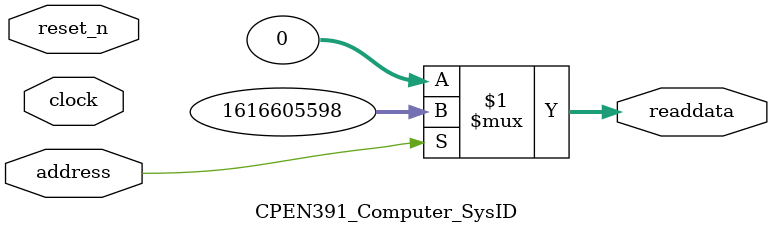
<source format=v>

`timescale 1ns / 1ps
// synthesis translate_on

// turn off superfluous verilog processor warnings 
// altera message_level Level1 
// altera message_off 10034 10035 10036 10037 10230 10240 10030 

module CPEN391_Computer_SysID (
               // inputs:
                address,
                clock,
                reset_n,

               // outputs:
                readdata
             )
;

  output  [ 31: 0] readdata;
  input            address;
  input            clock;
  input            reset_n;

  wire    [ 31: 0] readdata;
  //control_slave, which is an e_avalon_slave
  assign readdata = address ? 1616605598 : 0;

endmodule




</source>
